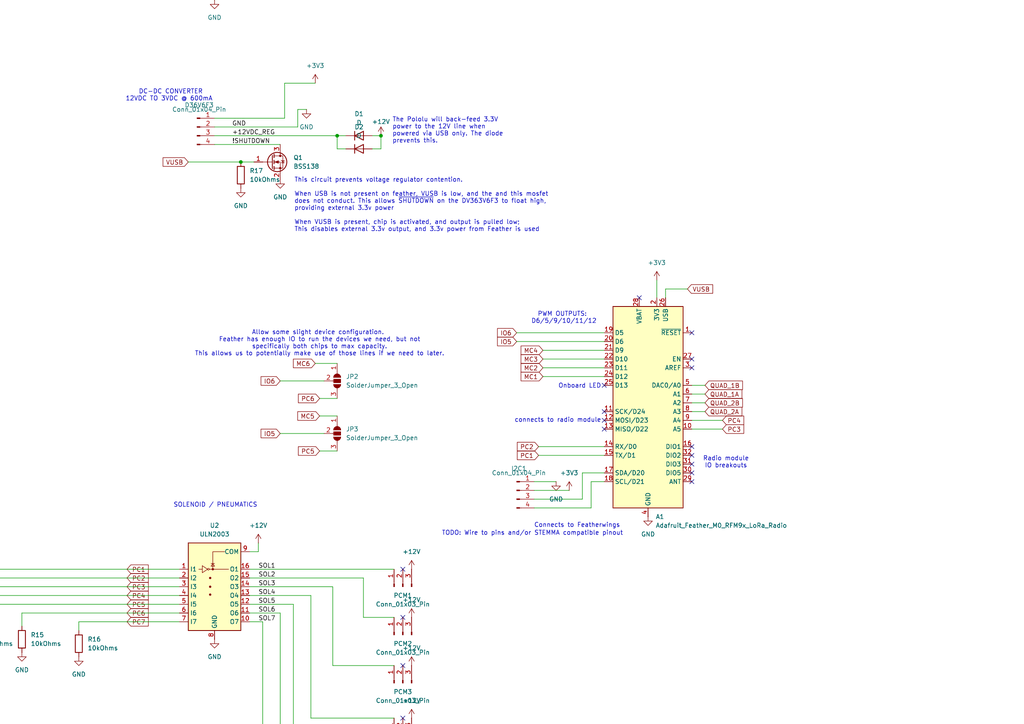
<source format=kicad_sch>
(kicad_sch (version 20231120) (generator "eeschema") (generator_version "8.0")
  (paper "A4")
  (title_block (date "sam. 04 avril 2015"))
  (junction (at 97.79 39.37))
  (junction (at 346.71 30.48))
  (junction (at -62.23 15.24))
  (junction (at -86.36 -2.54))
  (junction (at 69.85 46.99))
  (junction (at -86.36 15.24))
  (junction (at 53.34 -7.62))
  (junction (at 110.49 39.37))
  (junction (at 345.44 92.71))
  (junction (at 53.34 -2.54))
  (junction (at -62.23 -2.54))
  (no_connect (at 354.33 52.07))
  (no_connect (at 354.33 64.77))
  (no_connect (at 353.06 124.46))
  (no_connect (at 200.66 129.54))
  (no_connect (at 353.06 114.3))
  (no_connect (at 116.84 222.25))
  (no_connect (at 116.84 208.28))
  (no_connect (at 116.84 165.1))
  (no_connect (at 175.26 111.76))
  (no_connect (at 116.84 250.19))
  (no_connect (at 200.66 96.52))
  (no_connect (at 200.66 132.08))
  (no_connect (at 354.33 49.53))
  (no_connect (at 353.06 127))
  (no_connect (at 354.33 62.23))
  (no_connect (at 200.66 104.14))
  (no_connect (at 116.84 236.22))
  (no_connect (at 353.06 119.38))
  (no_connect (at 200.66 137.16))
  (no_connect (at 353.06 111.76))
  (no_connect (at 116.84 193.04))
  (no_connect (at 185.42 86.36))
  (no_connect (at 200.66 134.62))
  (no_connect (at 200.66 106.68))
  (no_connect (at 354.33 57.15))
  (no_connect (at 200.66 139.7))
  (no_connect (at 175.26 119.38))
  (no_connect (at 116.84 179.07))
  (no_connect (at 175.26 124.46))
  (no_connect (at 175.26 121.92))
  (wire (pts (xy 349.25 129.54) (xy 353.06 129.54)))
  (wire (pts (xy -92.71 24.13) (xy -86.36 24.13)))
  (wire (pts (xy -62.23 5.08) (xy -71.12 5.08)))
  (wire (pts (xy -99.06 63.5) (xy -99.06 34.29)))
  (wire (pts (xy 334.01 39.37) (xy 334.01 44.45)))
  (wire (pts (xy 53.34 -3.81) (xy 39.37 -3.81)))
  (wire (pts (xy 345.44 92.71) (xy 345.44 97.79)))
  (wire (pts (xy 97.79 39.37) (xy 100.33 39.37)))
  (wire (pts (xy 171.45 147.32) (xy 171.45 139.7)))
  (wire (pts (xy 85.09 175.26) (xy 85.09 222.25)))
  (wire (pts (xy -213.36 41.91) (xy -213.36 31.75)))
  (wire (pts (xy 154.94 144.78) (xy 168.91 144.78)))
  (wire (pts (xy -93.98 71.12) (xy -85.09 71.12)))
  (wire (pts (xy -35.56 170.18) (xy 52.07 170.18)))
  (wire (pts (xy -201.93 34.29) (xy -157.48 34.29)))
  (wire (pts (xy 53.34 -6.35) (xy 39.37 -6.35)))
  (wire (pts (xy 322.58 101.6) (xy 328.93 101.6)))
  (wire (pts (xy -85.09 63.5) (xy -85.09 59.69)))
  (wire (pts (xy -190.5 41.91) (xy -190.5 36.83)))
  (wire (pts (xy 92.71 130.81) (xy 97.79 130.81)))
  (wire (pts (xy 154.94 139.7) (xy 161.29 139.7)))
  (wire (pts (xy 110.49 43.18) (xy 110.49 39.37)))
  (wire (pts (xy -132.08 26.67) (xy -100.33 26.67)))
  (wire (pts (xy -85.09 107.95) (xy -85.09 105.41)))
  (wire (pts (xy -50.8 167.64) (xy -50.8 181.61)))
  (wire (pts (xy 339.09 85.09) (xy 345.44 85.09)))
  (wire (pts (xy 22.86 180.34) (xy 52.07 180.34)))
  (wire (pts (xy -93.98 38.1) (xy -85.09 38.1)))
  (wire (pts (xy 200.66 116.84) (xy 204.47 116.84)))
  (wire (pts (xy -95.25 21.59) (xy -86.36 21.59)))
  (wire (pts (xy -132.08 24.13) (xy -102.87 24.13)))
  (wire (pts (xy -91.44 73.66) (xy -85.09 73.66)))
  (wire (pts (xy 340.36 22.86) (xy 346.71 22.86)))
  (wire (pts (xy -62.23 -11.43) (xy -62.23 -2.54)))
  (wire (pts (xy 156.21 132.08) (xy 175.26 132.08)))
  (wire (pts (xy -7.62 175.26) (xy -7.62 181.61)))
  (wire (pts (xy 107.95 43.18) (xy 110.49 43.18)))
  (wire (pts (xy -92.71 7.62) (xy -86.36 7.62)))
  (wire (pts (xy 200.66 119.38) (xy 204.47 119.38)))
  (wire (pts (xy -201.93 41.91) (xy -201.93 34.29)))
  (wire (pts (xy -163.83 16.51) (xy -163.83 19.05)))
  (wire (pts (xy -102.87 -2.54) (xy -86.36 -2.54)))
  (wire (pts (xy -62.23 10.16) (xy -62.23 15.24)))
  (wire (pts (xy -91.44 102.87) (xy -85.09 102.87)))
  (wire (pts (xy -62.23 -2.54) (xy -33.02 -2.54)))
  (wire (pts (xy 340.36 22.86) (xy 340.36 17.78)))
  (wire (pts (xy 6.35 181.61) (xy 6.35 177.8)))
  (wire (pts (xy -105.41 41.91) (xy -105.41 107.95)))
  (wire (pts (xy -62.23 -16.51) (xy -71.12 -16.51)))
  (wire (pts (xy 72.39 170.18) (xy 96.52 170.18)))
  (wire (pts (xy -91.44 40.64) (xy -85.09 40.64)))
  (wire (pts (xy 389.89 25.4) (xy 403.86 25.4)))
  (wire (pts (xy -86.36 -16.51) (xy -95.25 -16.51)))
  (wire (pts (xy 81.28 177.8) (xy 72.39 177.8)))
  (wire (pts (xy 96.52 193.04) (xy 96.52 170.18)))
  (wire (pts (xy 379.73 91.44) (xy 384.81 91.44)))
  (wire (pts (xy -213.36 31.75) (xy -157.48 31.75)))
  (wire (pts (xy -33.02 -11.43) (xy -33.02 -2.54)))
  (wire (pts (xy -21.59 172.72) (xy 52.07 172.72)))
  (wire (pts (xy 105.41 179.07) (xy 105.41 167.64)))
  (wire (pts (xy -33.02 -16.51) (xy -41.91 -16.51)))
  (wire (pts (xy -92.71 -13.97) (xy -86.36 -13.97)))
  (wire (pts (xy -170.18 41.91) (xy -157.48 41.91)))
  (wire (pts (xy 193.04 86.36) (xy 193.04 83.82)))
  (wire (pts (xy -86.36 -2.54) (xy -62.23 -2.54)))
  (wire (pts (xy 345.44 97.79) (xy 384.81 97.79)))
  (wire (pts (xy 200.66 111.76) (xy 204.47 111.76)))
  (wire (pts (xy -86.36 -11.43) (xy -86.36 -2.54)))
  (wire (pts (xy -104.14 93.98) (xy -85.09 93.98)))
  (wire (pts (xy -21.59 172.72) (xy -21.59 181.61)))
  (wire (pts (xy 22.86 180.34) (xy 22.86 182.88)))
  (wire (pts (xy -101.6 36.83) (xy -132.08 36.83)))
  (wire (pts (xy 345.44 87.63) (xy 332.74 87.63)))
  (wire (pts (xy 54.61 46.99) (xy 69.85 46.99)))
  (wire (pts (xy -62.23 15.24) (xy -86.36 15.24)))
  (wire (pts (xy 342.9 90.17) (xy 345.44 90.17)))
  (wire (pts (xy 91.44 24.13) (xy 82.55 24.13)))
  (wire (pts (xy -68.58 7.62) (xy -62.23 7.62)))
  (wire (pts (xy -33.02 10.16) (xy -33.02 15.24)))
  (wire (pts (xy 157.48 104.14) (xy 175.26 104.14)))
  (wire (pts (xy 76.2 250.19) (xy 114.3 250.19)))
  (wire (pts (xy 100.33 43.18) (xy 97.79 43.18)))
  (wire (pts (xy 346.71 34.29) (xy 389.89 34.29)))
  (wire (pts (xy 200.66 114.3) (xy 204.47 114.3)))
  (wire (pts (xy 62.23 41.91) (xy 81.28 41.91)))
  (wire (pts (xy -86.36 5.08) (xy -95.25 5.08)))
  (wire (pts (xy -233.68 41.91) (xy -233.68 26.67)))
  (wire (pts (xy -64.77 165.1) (xy -64.77 181.61)))
  (wire (pts (xy 74.93 157.48) (xy 74.93 160.02)))
  (wire (pts (xy -85.09 48.26) (xy -85.09 43.18)))
  (wire (pts (xy 384.81 97.79) (xy 384.81 93.98)))
  (wire (pts (xy -223.52 29.21) (xy -157.48 29.21)))
  (wire (pts (xy 347.98 121.92) (xy 353.06 121.92)))
  (wire (pts (xy 374.65 87.63) (xy 384.81 87.63)))
  (wire (pts (xy 81.28 236.22) (xy 114.3 236.22)))
  (wire (pts (xy -104.14 39.37) (xy -104.14 93.98)))
  (wire (pts (xy 344.17 30.48) (xy 346.71 30.48)))
  (wire (pts (xy 389.89 22.86) (xy 393.7 22.86)))
  (wire (pts (xy -96.52 31.75) (xy -96.52 48.26)))
  (wire (pts (xy -93.98 86.36) (xy -85.09 86.36)))
  (wire (pts (xy 85.09 175.26) (xy 72.39 175.26)))
  (wire (pts (xy -101.6 36.83) (xy -101.6 78.74)))
  (wire (pts (xy 72.39 167.64) (xy 105.41 167.64)))
  (wire (pts (xy -86.36 10.16) (xy -86.36 15.24)))
  (wire (pts (xy -85.09 78.74) (xy -85.09 76.2)))
  (wire (pts (xy 90.17 208.28) (xy 114.3 208.28)))
  (wire (pts (xy 97.79 43.18) (xy 97.79 39.37)))
  (wire (pts (xy 53.34 -7.62) (xy 62.23 -7.62)))
  (wire (pts (xy -104.14 39.37) (xy -132.08 39.37)))
  (wire (pts (xy 90.17 208.28) (xy 90.17 172.72)))
  (wire (pts (xy -86.36 26.67) (xy -86.36 29.21)))
  (wire (pts (xy 82.55 24.13) (xy 82.55 34.29)))
  (wire (pts (xy -50.8 167.64) (xy 52.07 167.64)))
  (wire (pts (xy -129.54 -5.08) (xy -140.97 -5.08)))
  (wire (pts (xy 149.86 99.06) (xy 175.26 99.06)))
  (wire (pts (xy 81.28 125.73) (xy 93.98 125.73)))
  (wire (pts (xy 81.28 110.49) (xy 93.98 110.49)))
  (wire (pts (xy -180.34 39.37) (xy -180.34 41.91)))
  (wire (pts (xy 336.55 80.01) (xy 339.09 80.01)))
  (wire (pts (xy 157.48 109.22) (xy 175.26 109.22)))
  (wire (pts (xy 6.35 177.8) (xy 52.07 177.8)))
  (wire (pts (xy 157.48 106.68) (xy 175.26 106.68)))
  (wire (pts (xy 53.34 -2.54) (xy 53.34 -3.81)))
  (wire (pts (xy -129.54 19.05) (xy -132.08 19.05)))
  (wire (pts (xy 53.34 -2.54) (xy 62.23 -2.54)))
  (wire (pts (xy 342.9 92.71) (xy 345.44 92.71)))
  (wire (pts (xy -33.02 15.24) (xy -62.23 15.24)))
  (wire (pts (xy 328.93 106.68) (xy 353.06 106.68)))
  (wire (pts (xy 344.17 27.94) (xy 346.71 27.94)))
  (wire (pts (xy 339.09 85.09) (xy 339.09 80.01)))
  (wire (pts (xy 72.39 165.1) (xy 114.3 165.1)))
  (wire (pts (xy 53.34 -7.62) (xy 53.34 -6.35)))
  (wire (pts (xy 384.81 87.63) (xy 384.81 88.9)))
  (wire (pts (xy 347.98 116.84) (xy 353.06 116.84)))
  (wire (pts (xy 154.94 142.24) (xy 165.1 142.24)))
  (wire (pts (xy -245.11 24.13) (xy -157.48 24.13)))
  (wire (pts (xy 389.89 34.29) (xy 389.89 27.94)))
  (wire (pts (xy -86.36 15.24) (xy -100.33 15.24)))
  (wire (pts (xy 154.94 147.32) (xy 171.45 147.32)))
  (wire (pts (xy 393.7 22.86) (xy 393.7 20.32)))
  (wire (pts (xy -190.5 36.83) (xy -157.48 36.83)))
  (wire (pts (xy -132.08 34.29) (xy -99.06 34.29)))
  (wire (pts (xy 90.17 172.72) (xy 72.39 172.72)))
  (wire (pts (xy -64.77 165.1) (xy 52.07 165.1)))
  (wire (pts (xy 92.71 115.57) (xy 97.79 115.57)))
  (wire (pts (xy 350.52 67.31) (xy 354.33 67.31)))
  (wire (pts (xy 157.48 101.6) (xy 175.26 101.6)))
  (wire (pts (xy -39.37 7.62) (xy -33.02 7.62)))
  (wire (pts (xy -101.6 78.74) (xy -85.09 78.74)))
  (wire (pts (xy -132.08 31.75) (xy -96.52 31.75)))
  (wire (pts (xy 171.45 139.7) (xy 175.26 139.7)))
  (wire (pts (xy -39.37 -13.97) (xy -33.02 -13.97)))
  (wire (pts (xy -233.68 26.67) (xy -157.48 26.67)))
  (wire (pts (xy 318.77 44.45) (xy 323.85 44.45)))
  (wire (pts (xy 168.91 137.16) (xy 175.26 137.16)))
  (wire (pts (xy -132.08 29.21) (xy -86.36 29.21)))
  (wire (pts (xy -93.98 54.61) (xy -85.09 54.61)))
  (wire (pts (xy -68.58 -13.97) (xy -62.23 -13.97)))
  (wire (pts (xy 332.74 87.63) (xy 332.74 86.36)))
  (wire (pts (xy 76.2 180.34) (xy 76.2 250.19)))
  (wire (pts (xy 322.58 111.76) (xy 328.93 111.76)))
  (wire (pts (xy 62.23 34.29) (xy 82.55 34.29)))
  (wire (pts (xy 350.52 59.69) (xy 354.33 59.69)))
  (wire (pts (xy -96.52 48.26) (xy -85.09 48.26)))
  (wire (pts (xy -91.44 57.15) (xy -85.09 57.15)))
  (wire (pts (xy 86.36 31.75) (xy 86.36 36.83)))
  (wire (pts (xy -85.09 93.98) (xy -85.09 91.44)))
  (wire (pts (xy 327.66 49.53) (xy 334.01 49.53)))
  (wire (pts (xy 92.71 120.65) (xy 97.79 120.65)))
  (wire (pts (xy 86.36 31.75) (xy 88.9 31.75)))
  (wire (pts (xy -180.34 39.37) (xy -157.48 39.37)))
  (wire (pts (xy 74.93 160.02) (xy 72.39 160.02)))
  (wire (pts (xy 85.09 222.25) (xy 114.3 222.25)))
  (wire (pts (xy 62.23 -2.54) (xy 62.23 0)))
  (wire (pts (xy 69.85 46.99) (xy 73.66 46.99)))
  (wire (pts (xy 62.23 39.37) (xy 97.79 39.37)))
  (wire (pts (xy 105.41 179.07) (xy 114.3 179.07)))
  (wire (pts (xy 313.69 106.68) (xy 318.77 106.68)))
  (wire (pts (xy 76.2 180.34) (xy 72.39 180.34)))
  (wire (pts (xy 96.52 193.04) (xy 114.3 193.04)))
  (wire (pts (xy -163.83 19.05) (xy -157.48 19.05)))
  (wire (pts (xy -105.41 107.95) (xy -85.09 107.95)))
  (wire (pts (xy -7.62 175.26) (xy 52.07 175.26)))
  (wire (pts (xy -91.44 88.9) (xy -85.09 88.9)))
  (wire (pts (xy -162.56 -5.08) (xy -148.59 -5.08)))
  (wire (pts (xy 327.66 39.37) (xy 334.01 39.37)))
  (wire (pts (xy 81.28 177.8) (xy 81.28 236.22)))
  (wire (pts (xy 393.7 20.32) (xy 397.51 20.32)))
  (wire (pts (xy 328.93 109.22) (xy 353.06 109.22)))
  (wire (pts (xy -100.33 26.67) (xy -100.33 15.24)))
  (wire (pts (xy 193.04 83.82) (xy 199.39 83.82)))
  (wire (pts (xy 334.01 44.45) (xy 354.33 44.45)))
  (wire (pts (xy 200.66 124.46) (xy 209.55 124.46)))
  (wire (pts (xy 350.52 54.61) (xy 354.33 54.61)))
  (wire (pts (xy 86.36 36.83) (xy 62.23 36.83)))
  (wire (pts (xy 337.82 17.78) (xy 340.36 17.78)))
  (wire (pts (xy 91.44 105.41) (xy 97.79 105.41)))
  (wire (pts (xy 346.71 30.48) (xy 346.71 34.29)))
  (wire (pts (xy -102.87 -2.54) (xy -102.87 24.13)))
  (wire (pts (xy -223.52 41.91) (xy -223.52 29.21)))
  (wire (pts (xy -99.06 63.5) (xy -85.09 63.5)))
  (wire (pts (xy -33.02 5.08) (xy -41.91 5.08)))
  (wire (pts (xy 334.01 49.53) (xy 334.01 46.99)))
  (wire (pts (xy 346.71 25.4) (xy 334.01 25.4)))
  (wire (pts (xy -93.98 100.33) (xy -85.09 100.33)))
  (wire (pts (xy 149.86 96.52) (xy 175.26 96.52)))
  (wire (pts (xy 190.5 81.28) (xy 190.5 86.36)))
  (wire (pts (xy 328.93 111.76) (xy 328.93 109.22)))
  (wire (pts (xy 328.93 101.6) (xy 328.93 106.68)))
  (wire (pts (xy 156.21 129.54) (xy 175.26 129.54)))
  (wire (pts (xy -245.11 24.13) (xy -245.11 41.91)))
  (wire (pts (xy 200.66 121.92) (xy 209.55 121.92)))
  (wire (pts (xy -144.78 10.16) (xy -144.78 11.43)))
  (wire (pts (xy 168.91 144.78) (xy 168.91 137.16)))
  (wire (pts (xy 107.95 39.37) (xy 110.49 39.37)))
  (wire (pts (xy -132.08 41.91) (xy -105.41 41.91)))
  (wire (pts (xy 334.01 46.99) (xy 354.33 46.99)))
  (wire (pts (xy -35.56 181.61) (xy -35.56 170.18)))
  (wire (pts (xy 334.01 25.4) (xy 334.01 21.59)))
  (text "QUAD ENCODERS" (at 357.124 8.89 0) (effects (font (size 1.27 1.27))))
  (text "This circuit prevents voltage regulator contention. \n\nWhen USB is not present on feather, VUSB is low, and the and this mosfet \ndoes not conduct. This allows ~{SHUTDOWN} on the DV363V6F3 to float high,  \nproviding external 3.3v power\n\nWhen VUSB is present, chip is activated, and output is pulled low; \nThis disables external 3.3v output, and 3.3v power from Feather is used" (at 85.344 59.436 0) (effects (font (size 1.27 1.27)) (justify left)))
  (text "Connects to Featherwings" (exclude_from_sim yes) (at 167.386 152.4 0) (effects (font (size 1.27 1.27))))
  (text "3.3VDC SIDE" (at -172.72 20.828 0) (effects (font (size 1.27 1.27))))
  (text "There's some fancy wiring to permit quadrature \nencoders to be either CTRE Gadgeteer or 4 wire.\nIn the case that we only need it for normal IO,\nthe additional 3-pinout version gives us easy\naccess to the B pin in a servo-style header.\n\nSome CTRE devices (like Mag Encoder) only tap into \nthe 5V power contact, even though 3V3 works fine.\nHeaders allow a bypass for this" (at 421.894 51.562 0) (effects (font (size 1.27 1.27))))
  (text "Onboard LED\n" (at 168.148 112.014 0) (effects (font (size 1.27 1.27))))
  (text "Radio module\nIO breakouts\n\n" (exclude_from_sim yes) (at 210.566 135.128 0) (effects (font (size 1.27 1.27))))
  (text "DC-DC CONVERTER\n12VDC TO 3VDC @ 600mA " (at 49.53 27.686 0) (effects (font (size 1.27 1.27))))
  (text "SOLENOID / PNEUMATICS\n\n\n\n" (at 62.484 149.606 0) (effects (font (size 1.27 1.27))))
  (text "CTRE PINOUTS" (at 360.172 39.37 0) (effects (font (size 1.27 1.27))))
  (text "the +5V power net is obsoleted, and all IO is using 3V3. However, \nbut i didn't want to screw up rewiring all the symbols and needed\nto get boards made.\n\nTODO: Actually replace all the +5V symbols with 3v3 ones" (at -144.272 -16.002 0) (effects (font (size 1.27 1.27))))
  (text "The Pololu will back-feed 3.3V \npower to the 12V line when\npowered via USB only. The diode\nprevents this." (at 113.792 37.846 0) (effects (font (size 1.27 1.27)) (justify left)))
  (text "TODO: Wire to pins and/or STEMMA compatible pinout" (exclude_from_sim yes) (at 154.432 154.686 0) (effects (font (size 1.27 1.27))))
  (text "Allow some slight device configuration. \nFeather has enough IO to run the devices we need, but not\nspecifically both chips to max capacity.\nThis allows us to potentially make use of those lines if we need to later." (exclude_from_sim yes) (at 92.71 99.568 0) (effects (font (size 1.27 1.27))))
  (text "QUAD ENCODERS" (at 357.378 79.756 0) (effects (font (size 1.27 1.27))))
  (text "5VDC SIDE" (at -128.016 20.574 0) (effects (font (size 1.27 1.27))))
  (text "connects to radio module\n" (exclude_from_sim yes) (at 161.798 121.92 0) (effects (font (size 1.27 1.27))))
  (text "PWM OUTPUTS: \nD6/5/9/10/11/12" (at 163.576 92.202 0) (effects (font (size 1.27 1.27))))
  (text "CTRE PINOUTS" (at 358.648 100.33 0) (effects (font (size 1.27 1.27))))
  (label "3V3" (at 342.9 25.4 0))
  (label "SOL5" (at 74.93 175.26 0))
  (label "Q2_5V" (at 322.58 114.3 0))
  (label "SOL3" (at 74.93 170.18 0))
  (label "MOTOR #3 OUTPUT" (at -132.08 29.21 0))
  (label "+12VDC_REG" (at 67.31 39.37 0))
  (label "GND" (at 67.31 36.83 0))
  (label "SOL1" (at 74.93 165.1 0))
  (label "Q1_3V3" (at 327.66 39.37 0))
  (label "!SHUTDOWN" (at 67.31 41.91 0))
  (label "MOTOR #8 OUTPUT" (at -132.08 41.91 0))
  (label "SOL6" (at 74.93 177.8 0))
  (label "SOL7" (at 74.93 180.34 0))
  (label "SOL2" (at 74.93 167.64 0))
  (label "MOTOR #6 OUTPUT" (at -132.08 36.83 0))
  (label "MOTOR #4 OUTPUT" (at -132.08 31.75 0))
  (label "MOTOR #5 OUTPUT" (at -132.08 34.29 0))
  (label "GND" (at 342.9 22.86 0))
  (label "GND" (at 341.63 85.09 0))
  (label "MOTOR #2 OUTPUT" (at -132.08 26.67 0))
  (label "MOTOR #7 OUTPUT" (at -132.08 39.37 0))
  (label "MOTOR #1 OUTPUT" (at -132.08 24.13 0))
  (label "Q1_5V" (at 327.66 52.07 0))
  (label "SOL4" (at 74.93 172.72 0))
  (label "Q2_3V3" (at 322.58 101.6 0))
  (global_label "PC1" (shape input) (at 156.21 132.08 180) (property "Intersheetrefs" "${INTERSHEET_REFS}" (at 149.3802 132.08 0) (effects (justify right))))
  (global_label "MC3" (shape input) (at -165.1 29.21 0) (property "Intersheetrefs" "${INTERSHEET_REFS}" (at -158.1839 29.21 0) (effects (justify left))))
  (global_label "IO5" (shape input) (at 149.86 99.06 180) (property "Intersheetrefs" "${INTERSHEET_REFS}" (at 143.6349 99.06 0) (effects (justify right))))
  (global_label "QUAD_1B" (shape input) (at 350.52 54.61 180) (property "Intersheetrefs" "${INTERSHEET_REFS}" (at 338.973 54.61 0) (effects (justify right))))
  (global_label "QUAD_2A" (shape input) (at 342.9 90.17 180) (property "Intersheetrefs" "${INTERSHEET_REFS}" (at 331.5344 90.17 0) (effects (justify right))))
  (global_label "MC7" (shape input) (at -163.83 39.37 0) (property "Intersheetrefs" "${INTERSHEET_REFS}" (at -156.9139 39.37 0) (effects (justify left))))
  (global_label "PC1" (shape input) (at 36.83 165.1 0) (property "Intersheetrefs" "${INTERSHEET_REFS}" (at 43.5647 165.1 0) (effects (justify left))))
  (global_label "MC1" (shape input) (at 157.48 109.22 180) (property "Intersheetrefs" "${INTERSHEET_REFS}" (at 150.4688 109.22 0) (effects (justify right))))
  (global_label "QUAD_2A" (shape input) (at 347.98 121.92 180) (property "Intersheetrefs" "${INTERSHEET_REFS}" (at 336.6144 121.92 0) (effects (justify right))))
  (global_label "PC2" (shape input) (at 156.21 129.54 180) (property "Intersheetrefs" "${INTERSHEET_REFS}" (at 149.3802 129.54 0) (effects (justify right))))
  (global_label "MC6" (shape input) (at 91.44 105.41 180) (property "Intersheetrefs" "${INTERSHEET_REFS}" (at 84.4288 105.41 0) (effects (justify right))))
  (global_label "IO6" (shape input) (at 149.86 96.52 180) (property "Intersheetrefs" "${INTERSHEET_REFS}" (at 143.6349 96.52 0) (effects (justify right))))
  (global_label "PC4" (shape input) (at 209.55 121.92 0) (property "Intersheetrefs" "${INTERSHEET_REFS}" (at 216.3798 121.92 0) (effects (justify left))))
  (global_label "QUAD_1A" (shape input) (at 350.52 59.69 180) (property "Intersheetrefs" "${INTERSHEET_REFS}" (at 339.1544 59.69 0) (effects (justify right))))
  (global_label "QUAD_1A" (shape input) (at 344.17 27.94 180) (property "Intersheetrefs" "${INTERSHEET_REFS}" (at 332.8044 27.94 0) (effects (justify right))))
  (global_label "PC7" (shape input) (at 36.83 180.34 0) (property "Intersheetrefs" "${INTERSHEET_REFS}" (at 43.5647 180.34 0) (effects (justify left))))
  (global_label "QUAD_1B" (shape input) (at 344.17 30.48 180) (property "Intersheetrefs" "${INTERSHEET_REFS}" (at 332.623 30.48 0) (effects (justify right))))
  (global_label "QUAD_1B" (shape input) (at 204.47 111.76 0) (property "Intersheetrefs" "${INTERSHEET_REFS}" (at 216.017 111.76 0) (effects (justify left))))
  (global_label "PC5" (shape input) (at 36.83 175.26 0) (property "Intersheetrefs" "${INTERSHEET_REFS}" (at 43.5647 175.26 0) (effects (justify left))))
  (global_label "MC5" (shape input) (at 92.71 120.65 180) (property "Intersheetrefs" "${INTERSHEET_REFS}" (at 85.6988 120.65 0) (effects (justify right))))
  (global_label "PC6" (shape input) (at 36.83 177.8 0) (property "Intersheetrefs" "${INTERSHEET_REFS}" (at 43.5647 177.8 0) (effects (justify left))))
  (global_label "VUSB" (shape input) (at 199.39 83.82 0) (property "Intersheetrefs" "${INTERSHEET_REFS}" (at 207.3689 83.82 0) (effects (justify left))))
  (global_label "MC2" (shape input) (at 157.48 106.68 180) (property "Intersheetrefs" "${INTERSHEET_REFS}" (at 150.4688 106.68 0) (effects (justify right))))
  (global_label "PC3" (shape input) (at 36.83 170.18 0) (property "Intersheetrefs" "${INTERSHEET_REFS}" (at 43.5647 170.18 0) (effects (justify left))))
  (global_label "MC8" (shape input) (at -163.83 41.91 0) (property "Intersheetrefs" "${INTERSHEET_REFS}" (at -156.9139 41.91 0) (effects (justify left))))
  (global_label "VUSB" (shape input) (at 54.61 46.99 180) (property "Intersheetrefs" "${INTERSHEET_REFS}" (at 46.6311 46.99 0) (effects (justify right))))
  (global_label "PC4" (shape input) (at 36.83 172.72 0) (property "Intersheetrefs" "${INTERSHEET_REFS}" (at 43.5647 172.72 0) (effects (justify left))))
  (global_label "MC1" (shape input) (at -165.1 24.13 0) (property "Intersheetrefs" "${INTERSHEET_REFS}" (at -158.1839 24.13 0) (effects (justify left))))
  (global_label "MC6" (shape input) (at -165.1 36.83 0) (property "Intersheetrefs" "${INTERSHEET_REFS}" (at -158.1839 36.83 0) (effects (justify left))))
  (global_label "QUAD_2B" (shape input) (at 204.47 116.84 0) (property "Intersheetrefs" "${INTERSHEET_REFS}" (at 216.017 116.84 0) (effects (justify left))))
  (global_label "MC4" (shape input) (at -165.1 31.75 0) (property "Intersheetrefs" "${INTERSHEET_REFS}" (at -158.1839 31.75 0) (effects (justify left))))
  (global_label "QUAD_2B" (shape input) (at 342.9 92.71 180) (property "Intersheetrefs" "${INTERSHEET_REFS}" (at 331.353 92.71 0) (effects (justify right))))
  (global_label "PC3" (shape input) (at 209.55 124.46 0) (property "Intersheetrefs" "${INTERSHEET_REFS}" (at 216.3798 124.46 0) (effects (justify left))))
  (global_label "MC2" (shape input) (at -165.1 26.67 0) (property "Intersheetrefs" "${INTERSHEET_REFS}" (at -158.1839 26.67 0) (effects (justify left))))
  (global_label "PC6" (shape input) (at 92.71 115.57 180) (property "Intersheetrefs" "${INTERSHEET_REFS}" (at 85.8802 115.57 0) (effects (justify right))))
  (global_label "QUAD_1A" (shape input) (at 204.47 114.3 0) (property "Intersheetrefs" "${INTERSHEET_REFS}" (at 215.8356 114.3 0) (effects (justify left))))
  (global_label "QUAD_2B" (shape input) (at 347.98 116.84 180) (property "Intersheetrefs" "${INTERSHEET_REFS}" (at 336.433 116.84 0) (effects (justify right))))
  (global_label "MC5" (shape input) (at -165.1 34.29 0) (property "Intersheetrefs" "${INTERSHEET_REFS}" (at -158.0888 34.29 0) (effects (justify left))))
  (global_label "PC5" (shape input) (at 92.71 130.81 180) (property "Intersheetrefs" "${INTERSHEET_REFS}" (at 85.8802 130.81 0) (effects (justify right))))
  (global_label "IO6" (shape input) (at 81.28 110.49 180) (property "Intersheetrefs" "${INTERSHEET_REFS}" (at 75.0549 110.49 0) (effects (justify right))))
  (global_label "QUAD_2A" (shape input) (at 204.47 119.38 0) (property "Intersheetrefs" "${INTERSHEET_REFS}" (at 215.8356 119.38 0) (effects (justify left))))
  (global_label "IO5" (shape input) (at 81.28 125.73 180) (property "Intersheetrefs" "${INTERSHEET_REFS}" (at 75.0549 125.73 0) (effects (justify right))))
  (global_label "PC2" (shape input) (at 36.83 167.64 0) (property "Intersheetrefs" "${INTERSHEET_REFS}" (at 43.5647 167.64 0) (effects (justify left))))
  (global_label "MC4" (shape input) (at 157.48 101.6 180) (property "Intersheetrefs" "${INTERSHEET_REFS}" (at 150.4688 101.6 0) (effects (justify right))))
  (global_label "MC3" (shape input) (at 157.48 104.14 180) (property "Intersheetrefs" "${INTERSHEET_REFS}" (at 150.4688 104.14 0) (effects (justify right))))
  (symbol (lib_name "GND_1") (lib_id "power:GND") (at 88.9 31.75 0) (unit 1)
    (property "Reference" "#PWR047" (effects (hide yes)))
    (property "Value" "GND" (at 88.9 36.83 0))
    (property "Description" "Power symbol creates a global label with name \"GND\" , ground" (effects (hide yes)))
  )
  (symbol (lib_name "GND_2") (lib_id "power:GND") (at -50.8 189.23 0) (unit 1)
    (property "Reference" "#PWR034" (effects (hide yes)))
    (property "Value" "GND" (at -50.8 194.31 0))
    (property "Description" "Power symbol creates a global label with name \"GND\" , ground" (effects (hide yes)))
  )
  (symbol (lib_id "Connector:Conn_01x03_Pin") (at 116.84 227.33 90) (unit 1)
    (property "Reference" "PCM5" (at 116.84 229.87 90))
    (property "Value" "Conn_01x03_Pin" (at 116.84 232.41 90))
    (property "Footprint" "Connector_PinHeader_2.54mm:PinHeader_1x03_P2.54mm_Vertical" (effects (hide yes)))
    (property "Description" "Generic connector, single row, 01x03, script generated" (effects (hide yes)))
  )
  (symbol (lib_name "GND_2") (lib_id "power:GND") (at -7.62 189.23 0) (unit 1)
    (property "Reference" "#PWR041" (effects (hide yes)))
    (property "Value" "GND" (at -7.62 194.31 0))
    (property "Description" "Power symbol creates a global label with name \"GND\" , ground" (effects (hide yes)))
  )
  (symbol (lib_id "power:+3V3") (at 403.86 25.4 0) (unit 1)
    (property "Reference" "#PWR069" (effects (hide yes)))
    (property "Value" "+3V3" (at 403.86 20.32 0))
    (property "Description" "Power symbol creates a global label with name \"+3V3\"" (effects (hide yes)))
  )
  (symbol (lib_id "Device:R") (at -64.77 185.42 0) (unit 1)
    (property "Reference" "R10" (at -62.23 184.1499 0) (effects (justify left)))
    (property "Value" "10kOhms" (at -62.23 186.6899 0) (effects (justify left)))
    (property "Footprint" "Resistor_SMD:R_0805_2012Metric" (effects (hide yes)))
    (property "Description" "Resistor" (effects (hide yes)))
  )
  (symbol (lib_id "Device:R") (at -213.36 45.72 0) (unit 1)
    (property "Reference" "R4" (at -209.55 44.4499 0) (effects (justify left)))
    (property "Value" "10k" (at -209.55 46.9899 0) (effects (justify left)))
    (property "Footprint" "Resistor_SMD:R_0805_2012Metric" (effects (hide yes)))
    (property "Description" "Resistor" (effects (hide yes)))
  )
  (symbol (lib_id "power:+3V3") (at 332.74 86.36 0) (unit 1)
    (property "Reference" "#PWR058" (effects (hide yes)))
    (property "Value" "+3V3" (at 332.74 81.28 0))
    (property "Description" "Power symbol creates a global label with name \"+3V3\"" (effects (hide yes)))
  )
  (symbol (lib_id "Connector:Conn_01x04_Pin") (at 350.52 87.63 0) (mirror y) (unit 1)
    (property "Reference" "QUAD2" (at 349.885 81.28 0))
    (property "Value" "Conn_01x04_Pin" (at 349.885 82.55 0))
    (property "Footprint" "Connector_PinSocket_2.54mm:PinSocket_1x04_P2.54mm_Vertical" (effects (hide yes)))
    (property "Description" "Generic connector, single row, 01x04, script generated" (effects (hide yes)))
  )
  (symbol (lib_id "Connector:Conn_01x03_Pin") (at 116.84 198.12 90) (unit 1)
    (property "Reference" "PCM3" (at 116.84 200.66 90))
    (property "Value" "Conn_01x03_Pin" (at 116.84 203.2 90))
    (property "Footprint" "Connector_PinHeader_2.54mm:PinHeader_1x03_P2.54mm_Vertical" (effects (hide yes)))
    (property "Description" "Generic connector, single row, 01x03, script generated" (effects (hide yes)))
  )
  (symbol (lib_name "GND_2") (lib_id "power:GND") (at -93.98 54.61 0) (unit 1)
    (property "Reference" "#PWR017" (effects (hide yes)))
    (property "Value" "GND" (at -93.98 59.69 0))
    (property "Description" "Power symbol creates a global label with name \"GND\" , ground" (effects (hide yes)))
  )
  (symbol (lib_id "Jumper:SolderJumper_2_Bridged") (at -144.78 -5.08 0) (unit 1) (exclude_from_sim yes) (in_bom no)
    (property "Reference" "JP1" (at -144.78 -10.16 0))
    (property "Value" "SolderJumper_2_Bridged" (at -144.526 -8.636 0))
    (property "Footprint" "Jumper:SolderJumper-2_P1.3mm_Bridged_RoundedPad1.0x1.5mm" (effects (hide yes)))
    (property "Description" "Solder Jumper, 2-pole, closed/bridged" (effects (hide yes)))
  )
  (symbol (lib_id "Connector:Conn_01x03_Pin") (at 48.26 -5.08 0) (unit 1)
    (property "Reference" "12V_INPUT1" (at 48.895 -11.43 0))
    (property "Value" "Conn_01x03_Pin" (at 48.895 -8.89 0))
    (property "Footprint" "Connector_PinHeader_2.54mm:PinHeader_1x03_P2.54mm_Vertical" (effects (hide yes)))
    (property "Description" "Generic connector, single row, 01x03, script generated" (effects (hide yes)))
  )
  (symbol (lib_name "GND_1") (lib_id "power:GND") (at 69.85 54.61 0) (unit 1)
    (property "Reference" "#PWR077" (effects (hide yes)))
    (property "Value" "GND" (at 69.85 59.69 0))
    (property "Description" "Power symbol creates a global label with name \"GND\" , ground" (effects (hide yes)))
  )
  (symbol (lib_name "GND_2") (lib_id "power:GND") (at 6.35 189.23 0) (unit 1)
    (property "Reference" "#PWR042" (effects (hide yes)))
    (property "Value" "GND" (at 6.35 194.31 0))
    (property "Description" "Power symbol creates a global label with name \"GND\" , ground" (effects (hide yes)))
  )
  (symbol (lib_id "power:+12V") (at -91.44 102.87 0) (unit 1)
    (property "Reference" "#PWR028" (effects (hide yes)))
    (property "Value" "+5V" (at -91.44 97.79 0))
    (property "Description" "Power symbol creates a global label with name \"+12V\"" (effects (hide yes)))
  )
  (symbol (lib_id "Connector:Conn_01x03_Pin") (at 389.89 91.44 0) (mirror y) (unit 1)
    (property "Reference" "QUAD2B1" (at 389.255 83.82 0))
    (property "Value" "Conn_01x03_Pin" (at 389.255 86.36 0))
    (property "Footprint" "Connector_PinHeader_2.54mm:PinHeader_1x03_P2.54mm_Vertical" (effects (hide yes)))
    (property "Description" "Generic connector, single row, 01x03, script generated" (effects (hide yes)))
  )
  (symbol (lib_id "Connector:Conn_01x03_Pin") (at -81.28 7.62 180) (unit 1)
    (property "Reference" "MC2A1" (at -78.74 6.3499 0) (effects (justify right)))
    (property "Value" "Conn_01x03_Pin" (at -78.74 8.8899 0) (effects (justify right)))
    (property "Footprint" "Connector_PinHeader_2.54mm:PinHeader_1x03_P2.54mm_Vertical" (effects (hide yes)))
    (property "Description" "Generic connector, single row, 01x03, script generated" (effects (hide yes)))
  )
  (symbol (lib_name "GND_2") (lib_id "power:GND") (at -95.25 21.59 0) (unit 1)
    (property "Reference" "#PWR015" (effects (hide yes)))
    (property "Value" "GND" (at -95.25 26.67 0))
    (property "Description" "Power symbol creates a global label with name \"GND\" , ground" (effects (hide yes)))
  )
  (symbol (lib_id "power:+12V") (at 119.38 208.28 0) (unit 1)
    (property "Reference" "#PWR053" (effects (hide yes)))
    (property "Value" "+12V" (at 119.38 203.2 0))
    (property "Description" "Power symbol creates a global label with name \"+12V\"" (effects (hide yes)))
  )
  (symbol (lib_name "GND_2") (lib_id "power:GND") (at -95.25 5.08 0) (unit 1)
    (property "Reference" "#PWR014" (effects (hide yes)))
    (property "Value" "GND" (at -95.25 10.16 0))
    (property "Description" "Power symbol creates a global label with name \"GND\" , ground" (effects (hide yes)))
  )
  (symbol (lib_name "GND_1") (lib_id "power:GND") (at 350.52 67.31 0) (unit 1)
    (property "Reference" "#PWR065" (effects (hide yes)))
    (property "Value" "GND" (at 350.52 72.39 0))
    (property "Description" "Power symbol creates a global label with name \"GND\" , ground" (effects (hide yes)))
  )
  (symbol (lib_id "Logic_LevelTranslator:SN74LVC245APW") (at -144.78 29.21 0) (unit 1)
    (property "Reference" "U1" (at -155.194 12.954 0) (effects (justify left)))
    (property "Value" "SN74LVC245APW" (at -152.908 21.59 0) (effects (justify left)))
    (property "Footprint" "Package_DIP:DIP-20_W7.62mm_LongPads" (effects (hide yes)))
    (property "Datasheet" "https://www.ti.com/lit/ds/scas218x/scas218x.pdf" (effects (hide yes)))
    (property "Description" "8-Bit Single-Supply Bus Transceiver With 5V tolerant input voltage and 3-State Outputs 24mA, TSSOP-20" (effects (hide yes)))
  )
  (symbol (lib_id "Connector:Conn_01x04_Pin") (at 57.15 36.83 0) (unit 1)
    (property "Reference" "D36V6F3" (at 57.785 30.48 0))
    (property "Value" "Conn_01x04_Pin" (at 57.785 31.75 0))
    (property "Footprint" "Connector_PinSocket_2.54mm:PinSocket_1x04_P2.54mm_Vertical" (effects (hide yes)))
    (property "Datasheet" "https://www.pololu.com/product/3791" (effects (hide yes)))
    (property "Description" "Pololu 3.3V, 600mA Step-Down Voltage Regulator D36V6F3" (effects (hide yes)))
  )
  (symbol (lib_id "power:+3V3") (at 379.73 91.44 0) (unit 1)
    (property "Reference" "#PWR067" (effects (hide yes)))
    (property "Value" "+3V3" (at 379.73 86.36 0))
    (property "Description" "Power symbol creates a global label with name \"+3V3\"" (effects (hide yes)))
  )
  (symbol (lib_id "power:+3V3") (at 334.01 21.59 0) (unit 1)
    (property "Reference" "#PWR059" (effects (hide yes)))
    (property "Value" "+3V3" (at 334.01 16.51 0))
    (property "Description" "Power symbol creates a global label with name \"+3V3\"" (effects (hide yes)))
  )
  (symbol (lib_id "power:+3V3") (at 313.69 106.68 0) (unit 1)
    (property "Reference" "#PWR060" (effects (hide yes)))
    (property "Value" "+3V3" (at 313.69 101.6 0))
    (property "Description" "Power symbol creates a global label with name \"+3V3\"" (effects (hide yes)))
  )
  (symbol (lib_id "power:+12V") (at -129.54 -5.08 0) (unit 1)
    (property "Reference" "#PWR072" (effects (hide yes)))
    (property "Value" "+5V" (at -129.54 -10.16 0))
    (property "Description" "Power symbol creates a global label with name \"+12V\"" (effects (hide yes)))
  )
  (symbol (lib_name "GND_2") (lib_id "power:GND") (at -180.34 49.53 0) (unit 1)
    (property "Reference" "#PWR07" (effects (hide yes)))
    (property "Value" "GND" (at -180.34 54.61 0))
    (property "Description" "Power symbol creates a global label with name \"GND\" , ground" (effects (hide yes)))
  )
  (symbol (lib_id "power:+12V") (at -91.44 88.9 0) (unit 1)
    (property "Reference" "#PWR027" (effects (hide yes)))
    (property "Value" "+5V" (at -91.44 83.82 0))
    (property "Description" "Power symbol creates a global label with name \"+12V\"" (effects (hide yes)))
  )
  (symbol (lib_id "Connector:Conn_01x03_Pin") (at 116.84 184.15 90) (unit 1)
    (property "Reference" "PCM2" (at 116.84 186.69 90))
    (property "Value" "Conn_01x03_Pin" (at 116.84 189.23 90))
    (property "Footprint" "Connector_PinHeader_2.54mm:PinHeader_1x03_P2.54mm_Vertical" (effects (hide yes)))
    (property "Description" "Generic connector, single row, 01x03, script generated" (effects (hide yes)))
  )
  (symbol (lib_id "Transistor_FET:BSS138") (at 78.74 46.99 0) (unit 1)
    (property "Reference" "Q1" (at 85.09 45.7199 0) (effects (justify left)))
    (property "Value" "BSS138" (at 85.09 48.2599 0) (effects (justify left)))
    (property "Footprint" "Package_TO_SOT_SMD:SOT-23" (effects (hide yes)))
    (property "Datasheet" "https://www.onsemi.com/pub/Collateral/BSS138-D.PDF" (effects (hide yes)))
    (property "Description" "50V Vds, 0.22A Id, N-Channel MOSFET, SOT-23" (effects (hide yes)))
  )
  (symbol (lib_id "power:+12V") (at -163.83 16.51 0) (unit 1)
    (property "Reference" "#PWR09" (effects (hide yes)))
    (property "Value" "3V3" (at -161.29 15.2399 0) (effects (justify left)))
    (property "Description" "Power symbol creates a global label with name \"+12V\"" (effects (hide yes)))
  )
  (symbol (lib_name "GND_2") (lib_id "power:GND") (at -223.52 49.53 0) (unit 1)
    (property "Reference" "#PWR03" (effects (hide yes)))
    (property "Value" "GND" (effects (hide yes)))
    (property "Description" "Power symbol creates a global label with name \"GND\" , ground" (effects (hide yes)))
  )
  (symbol (lib_name "GND_2") (lib_id "power:GND") (at -41.91 -16.51 0) (unit 1)
    (property "Reference" "#PWR035" (effects (hide yes)))
    (property "Value" "GND" (at -41.91 -11.43 0))
    (property "Description" "Power symbol creates a global label with name \"GND\" , ground" (effects (hide yes)))
  )
  (symbol (lib_id "Connector:Conn_01x03_Pin") (at 116.84 241.3 90) (unit 1)
    (property "Reference" "PCM6" (at 116.84 243.84 90))
    (property "Value" "Conn_01x03_Pin" (at 116.84 246.38 90))
    (property "Footprint" "Connector_PinHeader_2.54mm:PinHeader_1x03_P2.54mm_Vertical" (effects (hide yes)))
    (property "Description" "Generic connector, single row, 01x03, script generated" (effects (hide yes)))
  )
  (symbol (lib_id "power:+12V") (at 119.38 179.07 0) (unit 1)
    (property "Reference" "#PWR051" (effects (hide yes)))
    (property "Value" "+12V" (at 119.38 173.99 0))
    (property "Description" "Power symbol creates a global label with name \"+12V\"" (effects (hide yes)))
  )
  (symbol (lib_id "power:+12V") (at 119.38 250.19 0) (unit 1)
    (property "Reference" "#PWR056" (effects (hide yes)))
    (property "Value" "+12V" (at 119.38 245.11 0))
    (property "Description" "Power symbol creates a global label with name \"+12V\"" (effects (hide yes)))
  )
  (symbol (lib_id "Connector:Conn_01x04_Pin") (at 351.79 25.4 0) (mirror y) (unit 1)
    (property "Reference" "QUAD1" (at 351.155 19.05 0))
    (property "Value" "Conn_01x04_Pin" (at 351.155 20.32 0))
    (property "Footprint" "Connector_PinSocket_2.54mm:PinSocket_1x04_P2.54mm_Vertical" (effects (hide yes)))
    (property "Description" "Generic connector, single row, 01x04, script generated" (effects (hide yes)))
  )
  (symbol (lib_id "power:+12V") (at 62.23 -7.62 0) (unit 1)
    (property "Reference" "#PWR074" (effects (hide yes)))
    (property "Value" "+12V" (at 62.23 -11.684 0))
    (property "Description" "Power symbol creates a global label with name \"+12V\"" (effects (hide yes)))
  )
  (symbol (lib_id "power:+12V") (at -91.44 40.64 0) (unit 1)
    (property "Reference" "#PWR024" (effects (hide yes)))
    (property "Value" "+5V" (at -91.44 35.56 0))
    (property "Description" "Power symbol creates a global label with name \"+12V\"" (effects (hide yes)))
  )
  (symbol (lib_id "power:+12V") (at 119.38 236.22 0) (unit 1)
    (property "Reference" "#PWR055" (effects (hide yes)))
    (property "Value" "+12V" (at 119.38 231.14 0))
    (property "Description" "Power symbol creates a global label with name \"+12V\"" (effects (hide yes)))
  )
  (symbol (lib_id "power:+12V") (at 119.38 165.1 0) (unit 1)
    (property "Reference" "#PWR050" (effects (hide yes)))
    (property "Value" "+12V" (at 119.38 160.02 0))
    (property "Description" "Power symbol creates a global label with name \"+12V\"" (effects (hide yes)))
  )
  (symbol (lib_name "GND_2") (lib_id "power:GND") (at -95.25 -16.51 0) (unit 1)
    (property "Reference" "#PWR013" (effects (hide yes)))
    (property "Value" "GND" (at -95.25 -11.43 0))
    (property "Description" "Power symbol creates a global label with name \"GND\" , ground" (effects (hide yes)))
  )
  (symbol (lib_name "GND_2") (lib_id "power:GND") (at -170.18 49.53 0) (unit 1)
    (property "Reference" "#PWR08" (effects (hide yes)))
    (property "Value" "GND" (at -170.18 54.61 0))
    (property "Description" "Power symbol creates a global label with name \"GND\" , ground" (effects (hide yes)))
  )
  (symbol (lib_id "Device:R") (at -245.11 45.72 0) (unit 1)
    (property "Reference" "R1" (at -241.3 44.4499 0) (effects (justify left)))
    (property "Value" "10k" (at -241.3 46.9899 0) (effects (justify left)))
    (property "Footprint" "Resistor_SMD:R_0805_2012Metric" (effects (hide yes)))
    (property "Description" "Resistor" (effects (hide yes)))
  )
  (symbol (lib_id "power:+12V") (at -144.78 10.16 0) (unit 1)
    (property "Reference" "#PWR010" (effects (hide yes)))
    (property "Value" "3V3" (at -142.24 8.8899 0) (effects (justify left)))
    (property "Description" "Power symbol creates a global label with name \"+12V\"" (effects (hide yes)))
  )
  (symbol (lib_id "Connector:Conn_01x03_Pin") (at -81.28 -13.97 180) (unit 1)
    (property "Reference" "MC1A1" (at -78.74 -15.2401 0) (effects (justify right)))
    (property "Value" "Conn_01x03_Pin" (at -78.74 -12.7001 0) (effects (justify right)))
    (property "Footprint" "Connector_PinHeader_2.54mm:PinHeader_1x03_P2.54mm_Vertical" (effects (hide yes)))
    (property "Description" "Generic connector, single row, 01x03, script generated" (effects (hide yes)))
  )
  (symbol (lib_id "Device:R") (at -50.8 185.42 0) (unit 1)
    (property "Reference" "R11" (at -48.26 184.1499 0) (effects (justify left)))
    (property "Value" "10kOhms" (at -48.26 186.6899 0) (effects (justify left)))
    (property "Footprint" "Resistor_SMD:R_0805_2012Metric" (effects (hide yes)))
    (property "Description" "Resistor" (effects (hide yes)))
  )
  (symbol (lib_name "GND_2") (lib_id "power:GND") (at -144.78 46.99 0) (unit 1)
    (property "Reference" "#PWR011" (effects (hide yes)))
    (property "Value" "GND" (at -144.78 52.07 0))
    (property "Description" "Power symbol creates a global label with name \"GND\" , ground" (effects (hide yes)))
  )
  (symbol (lib_id "power:+12V") (at -162.56 -5.08 0) (unit 1)
    (property "Reference" "#PWR073" (effects (hide yes)))
    (property "Value" "3V3" (at -160.02 -6.3501 0) (effects (justify left)))
    (property "Description" "Power symbol creates a global label with name \"+12V\"" (effects (hide yes)))
  )
  (symbol (lib_id "Transistor_Array:ULN2003") (at 62.23 170.18 0) (unit 1)
    (property "Reference" "U2" (at 62.23 152.4 0))
    (property "Value" "ULN2003" (at 62.23 154.94 0))
    (property "Footprint" "Package_DIP:DIP-16_W7.62mm_LongPads" (effects (hide yes)))
    (property "Datasheet" "http://www.ti.com/lit/ds/symlink/uln2003a.pdf" (effects (hide yes)))
    (property "Description" "High Voltage, High Current Darlington Transistor Arrays, SOIC16/SOIC16W/DIP16/TSSOP16" (effects (hide yes)))
  )
  (symbol (lib_id "power:+12V") (at -91.44 73.66 0) (unit 1)
    (property "Reference" "#PWR026" (effects (hide yes)))
    (property "Value" "+5V" (at -91.44 68.58 0))
    (property "Description" "Power symbol creates a global label with name \"+12V\"" (effects (hide yes)))
  )
  (symbol (lib_id "Device:R") (at -7.62 185.42 0) (unit 1)
    (property "Reference" "R14" (at -5.08 184.1499 0) (effects (justify left)))
    (property "Value" "10kOhms" (at -5.08 186.6899 0) (effects (justify left)))
    (property "Footprint" "Resistor_SMD:R_0805_2012Metric" (effects (hide yes)))
    (property "Description" "Resistor" (effects (hide yes)))
  )
  (symbol (lib_name "GND_2") (lib_id "power:GND") (at 62.23 185.42 0) (unit 1)
    (property "Reference" "#PWR044" (effects (hide yes)))
    (property "Value" "GND" (at 62.23 190.5 0))
    (property "Description" "Power symbol creates a global label with name \"GND\" , ground" (effects (hide yes)))
  )
  (symbol (lib_id "Jumper:SolderJumper_3_Open") (at 97.79 110.49 270) (unit 1) (exclude_from_sim yes) (in_bom no)
    (property "Reference" "JP2" (at 100.33 109.2199 90) (effects (justify left)))
    (property "Value" "SolderJumper_3_Open" (at 100.33 111.7599 90) (effects (justify left)))
    (property "Footprint" "Jumper:SolderJumper-3_P1.3mm_Open_RoundedPad1.0x1.5mm_NumberLabels" (effects (hide yes)))
    (property "Description" "Solder Jumper, 3-pole, open" (effects (hide yes)))
  )
  (symbol (lib_id "Connector:Conn_01x03_Pin") (at -81.28 24.13 180) (unit 1)
    (property "Reference" "MC3" (at -78.74 22.8599 0) (effects (justify right)))
    (property "Value" "Conn_01x03_Pin" (at -78.74 25.3999 0) (effects (justify right)))
    (property "Footprint" "Connector_PinHeader_2.54mm:PinHeader_1x03_P2.54mm_Vertical" (effects (hide yes)))
    (property "Description" "Generic connector, single row, 01x03, script generated" (effects (hide yes)))
  )
  (symbol (lib_name "GND_2") (lib_id "power:GND") (at -21.59 189.23 0) (unit 1)
    (property "Reference" "#PWR040" (effects (hide yes)))
    (property "Value" "GND" (at -21.59 194.31 0))
    (property "Description" "Power symbol creates a global label with name \"GND\" , ground" (effects (hide yes)))
  )
  (symbol (lib_id "power:+3V3") (at 91.44 24.13 0) (unit 1)
    (property "Reference" "#PWR045" (effects (hide yes)))
    (property "Value" "+3V3" (at 91.44 19.05 0))
    (property "Description" "Power symbol creates a global label with name \"+3V3\"" (effects (hide yes)))
  )
  (symbol (lib_id "MCU_Module:Adafruit_Feather_M0_RFM9x_LoRa_Radio") (at 187.96 116.84 0) (unit 1)
    (property "Reference" "A1" (at 190.1541 149.86 0) (effects (justify left)))
    (property "Value" "Adafruit_Feather_M0_RFM9x_LoRa_Radio" (at 190.1541 152.4 0) (effects (justify left)))
    (property "Footprint" "Module:Adafruit_Feather_M0_RFM" (effects (hide yes)))
    (property "Datasheet" "https://cdn-learn.adafruit.com/downloads/pdf/adafruit-feather-m0-radio-with-lora-radio-module.pdf" (effects (hide yes)))
    (property "Description" "Microcontroller module with SAMD21 Cortex-M0 MCU and RFM9x Radio" (effects (hide yes)))
  )
  (symbol (lib_name "GND_2") (lib_id "power:GND") (at -190.5 49.53 0) (unit 1)
    (property "Reference" "#PWR06" (effects (hide yes)))
    (property "Value" "GND" (effects (hide yes)))
    (property "Description" "Power symbol creates a global label with name \"GND\" , ground" (effects (hide yes)))
  )
  (symbol (lib_id "Connector:Conn_01x03_Pin") (at 384.81 25.4 0) (unit 1)
    (property "Reference" "QUAD1B1" (at 385.445 17.78 0))
    (property "Value" "Conn_01x03_Pin" (at 385.445 20.32 0))
    (property "Footprint" "Connector_PinHeader_2.54mm:PinHeader_1x03_P2.54mm_Vertical" (effects (hide yes)))
    (property "Description" "Generic connector, single row, 01x03, script generated" (effects (hide yes)))
  )
  (symbol (lib_name "GND_2") (lib_id "power:GND") (at -41.91 5.08 0) (unit 1)
    (property "Reference" "#PWR036" (effects (hide yes)))
    (property "Value" "GND" (at -41.91 10.16 0))
    (property "Description" "Power symbol creates a global label with name \"GND\" , ground" (effects (hide yes)))
  )
  (symbol (lib_id "Connector:Conn_01x03_Pin") (at -27.94 -13.97 180) (unit 1)
    (property "Reference" "MC1C1" (at -25.4 -15.2401 0) (effects (justify right)))
    (property "Value" "Conn_01x03_Pin" (at -25.4 -12.7001 0) (effects (justify right)))
    (property "Footprint" "Connector_PinHeader_2.54mm:PinHeader_1x03_P2.54mm_Vertical" (effects (hide yes)))
    (property "Description" "Generic connector, single row, 01x03, script generated" (effects (hide yes)))
  )
  (symbol (lib_id "Device:R") (at -223.52 45.72 0) (unit 1)
    (property "Reference" "R3" (at -219.71 44.4499 0) (effects (justify left)))
    (property "Value" "10k" (at -219.71 46.9899 0) (effects (justify left)))
    (property "Footprint" "Resistor_SMD:R_0805_2012Metric" (effects (hide yes)))
    (property "Description" "Resistor" (effects (hide yes)))
  )
  (symbol (lib_id "Device:R") (at 6.35 185.42 0) (unit 1)
    (property "Reference" "R15" (at 8.89 184.1499 0) (effects (justify left)))
    (property "Value" "10kOhms" (at 8.89 186.6899 0) (effects (justify left)))
    (property "Footprint" "Resistor_SMD:R_0805_2012Metric" (effects (hide yes)))
    (property "Description" "Resistor" (effects (hide yes)))
  )
  (symbol (lib_name "GND_2") (lib_id "power:GND") (at 22.86 190.5 0) (unit 1)
    (property "Reference" "#PWR043" (effects (hide yes)))
    (property "Value" "GND" (at 22.86 195.58 0))
    (property "Description" "Power symbol creates a global label with name \"GND\" , ground" (effects (hide yes)))
  )
  (symbol (lib_name "GND_3") (lib_id "power:GND") (at 397.51 20.32 0) (unit 1)
    (property "Reference" "#PWR068" (effects (hide yes)))
    (property "Value" "GND" (at 397.51 23.876 0))
    (property "Description" "Power symbol creates a global label with name \"GND\" , ground" (effects (hide yes)))
  )
  (symbol (lib_name "GND_2") (lib_id "power:GND") (at -71.12 5.08 0) (unit 1)
    (property "Reference" "#PWR030" (effects (hide yes)))
    (property "Value" "GND" (at -71.12 10.16 0))
    (property "Description" "Power symbol creates a global label with name \"GND\" , ground" (effects (hide yes)))
  )
  (symbol (lib_id "power:+12V") (at -68.58 -13.97 0) (unit 1)
    (property "Reference" "#PWR031" (effects (hide yes)))
    (property "Value" "+5V" (at -68.58 -19.05 0))
    (property "Description" "Power symbol creates a global label with name \"+12V\"" (effects (hide yes)))
  )
  (symbol (lib_id "power:+12V") (at -91.44 57.15 0) (unit 1)
    (property "Reference" "#PWR025" (effects (hide yes)))
    (property "Value" "+5V" (at -91.44 52.07 0))
    (property "Description" "Power symbol creates a global label with name \"+12V\"" (effects (hide yes)))
  )
  (symbol (lib_name "GND_2") (lib_id "power:GND") (at -64.77 189.23 0) (unit 1)
    (property "Reference" "#PWR033" (effects (hide yes)))
    (property "Value" "GND" (at -64.77 194.31 0))
    (property "Description" "Power symbol creates a global label with name \"GND\" , ground" (effects (hide yes)))
  )
  (symbol (lib_id "Connector:Conn_01x03_Pin") (at -57.15 -13.97 180) (unit 1)
    (property "Reference" "MC1B1" (at -54.61 -15.2401 0) (effects (justify right)))
    (property "Value" "Conn_01x03_Pin" (at -54.61 -12.7001 0) (effects (justify right)))
    (property "Footprint" "Connector_PinHeader_2.54mm:PinHeader_1x03_P2.54mm_Vertical" (effects (hide yes)))
    (property "Description" "Generic connector, single row, 01x03, script generated" (effects (hide yes)))
  )
  (symbol (lib_id "Device:R") (at -35.56 185.42 0) (unit 1)
    (property "Reference" "R12" (at -33.02 184.1499 0) (effects (justify left)))
    (property "Value" "10kOhms" (at -33.02 186.6899 0) (effects (justify left)))
    (property "Footprint" "Resistor_SMD:R_0805_2012Metric" (effects (hide yes)))
    (property "Description" "Resistor" (effects (hide yes)))
  )
  (symbol (lib_id "power:+12V") (at 110.49 39.37 0) (unit 1)
    (property "Reference" "#PWR048" (effects (hide yes)))
    (property "Value" "+12V" (at 110.49 35.306 0))
    (property "Description" "Power symbol creates a global label with name \"+12V\"" (effects (hide yes)))
  )
  (symbol (lib_id "Connector:Conn_01x02_Pin") (at 34.29 -6.35 0) (unit 1)
    (property "Reference" "J1" (at 34.925 -10.16 0))
    (property "Value" "Conn_01x02_Pin" (at 34.925 -7.62 0))
    (property "Footprint" "TerminalBlock_MetzConnect:TerminalBlock_MetzConnect_Type086_RT03402HBLC_1x02_P3.81mm_Horizontal" (effects (hide yes)))
    (property "Description" "Generic connector, single row, 01x02, script generated" (effects (hide yes)))
  )
  (symbol (lib_id "Connector:Conn_01x03_Pin") (at -80.01 57.15 180) (unit 1)
    (property "Reference" "MC5" (at -77.47 55.8799 0) (effects (justify right)))
    (property "Value" "Conn_01x03_Pin" (at -77.47 58.4199 0) (effects (justify right)))
    (property "Footprint" "Connector_PinHeader_2.54mm:PinHeader_1x03_P2.54mm_Vertical" (effects (hide yes)))
    (property "Description" "Generic connector, single row, 01x03, script generated" (effects (hide yes)))
  )
  (symbol (lib_name "GND_2") (lib_id "power:GND") (at -201.93 49.53 0) (unit 1)
    (property "Reference" "#PWR05" (effects (hide yes)))
    (property "Value" "GND" (effects (hide yes)))
    (property "Description" "Power symbol creates a global label with name \"GND\" , ground" (effects (hide yes)))
  )
  (symbol (lib_id "Device:R") (at -201.93 45.72 0) (unit 1)
    (property "Reference" "R5" (at -198.12 44.4499 0) (effects (justify left)))
    (property "Value" "10k" (at -198.12 46.9899 0) (effects (justify left)))
    (property "Footprint" "Resistor_SMD:R_0805_2012Metric" (effects (hide yes)))
    (property "Description" "Resistor" (effects (hide yes)))
  )
  (symbol (lib_id "power:+12V") (at -129.54 11.43 0) (unit 1)
    (property "Reference" "#PWR012" (effects (hide yes)))
    (property "Value" "3V3" (at -127 10.1599 0) (effects (justify left)))
    (property "Description" "Power symbol creates a global label with name \"+12V\"" (effects (hide yes)))
  )
  (symbol (lib_id "Connector:Conn_01x03_Pin") (at -80.01 73.66 180) (unit 1)
    (property "Reference" "MC6" (at -77.47 72.3899 0) (effects (justify right)))
    (property "Value" "Conn_01x03_Pin" (at -77.47 74.9299 0) (effects (justify right)))
    (property "Footprint" "Connector_PinHeader_2.54mm:PinHeader_1x03_P2.54mm_Vertical" (effects (hide yes)))
    (property "Description" "Generic connector, single row, 01x03, script generated" (effects (hide yes)))
  )
  (symbol (lib_id "Jumper:SolderJumper_3_Open") (at 327.66 44.45 270) (unit 1) (exclude_from_sim yes) (in_bom no)
    (property "Reference" "JP4" (at 330.2 43.1799 90) (effects (justify left)))
    (property "Value" "SolderJumper_3_Open" (at 330.2 45.7199 90) (effects (justify left)))
    (property "Footprint" "Jumper:SolderJumper-3_P1.3mm_Bridged12_RoundedPad1.0x1.5mm_NumberLabels" (effects (hide yes)))
    (property "Description" "Solder Jumper, 3-pole, open" (effects (hide yes)))
  )
  (symbol (lib_name "GND_2") (lib_id "power:GND") (at -71.12 -16.51 0) (unit 1)
    (property "Reference" "#PWR029" (effects (hide yes)))
    (property "Value" "GND" (at -71.12 -11.43 0))
    (property "Description" "Power symbol creates a global label with name \"GND\" , ground" (effects (hide yes)))
  )
  (symbol (lib_id "power:+3V3") (at 318.77 44.45 0) (unit 1)
    (property "Reference" "#PWR078" (effects (hide yes)))
    (property "Value" "+3V3" (at 318.77 39.37 0))
    (property "Description" "Power symbol creates a global label with name \"+3V3\"" (effects (hide yes)))
  )
  (symbol (lib_id "Connector:Conn_01x03_Pin") (at 116.84 170.18 90) (unit 1)
    (property "Reference" "PCM1" (at 116.84 172.72 90))
    (property "Value" "Conn_01x03_Pin" (at 116.84 175.26 90))
    (property "Footprint" "Connector_PinHeader_2.54mm:PinHeader_1x03_P2.54mm_Vertical" (effects (hide yes)))
    (property "Description" "Generic connector, single row, 01x03, script generated" (effects (hide yes)))
  )
  (symbol (lib_id "Device:D") (at 104.14 39.37 0) (unit 1)
    (property "Reference" "D1" (at 104.14 33.02 0))
    (property "Value" "D" (at 104.14 35.56 0))
    (property "Footprint" "Diode_SMD:D_1206_3216Metric" (effects (hide yes)))
    (property "Description" "Diode" (effects (hide yes)))
    (property "Sim.Device" "D" (effects (hide yes)))
    (property "Sim.Pins" "1=K 2=A" (effects (hide yes)))
  )
  (symbol (lib_id "power:+12V") (at -92.71 7.62 0) (unit 1)
    (property "Reference" "#PWR022" (effects (hide yes)))
    (property "Value" "+5V" (at -92.71 2.54 0))
    (property "Description" "Power symbol creates a global label with name \"+12V\"" (effects (hide yes)))
  )
  (symbol (lib_name "GND_1") (lib_id "power:GND") (at 62.23 0 0) (unit 1)
    (property "Reference" "#PWR075" (effects (hide yes)))
    (property "Value" "GND" (at 62.23 5.08 0))
    (property "Description" "Power symbol creates a global label with name \"GND\" , ground" (effects (hide yes)))
  )
  (symbol (lib_name "GND_2") (lib_id "power:GND") (at -93.98 38.1 0) (unit 1)
    (property "Reference" "#PWR016" (effects (hide yes)))
    (property "Value" "GND" (at -93.98 43.18 0))
    (property "Description" "Power symbol creates a global label with name \"GND\" , ground" (effects (hide yes)))
  )
  (symbol (lib_id "power:+12V") (at -68.58 7.62 0) (unit 1)
    (property "Reference" "#PWR032" (effects (hide yes)))
    (property "Value" "+5V" (at -68.58 2.54 0))
    (property "Description" "Power symbol creates a global label with name \"+12V\"" (effects (hide yes)))
  )
  (symbol (lib_id "power:+12V") (at -39.37 7.62 0) (unit 1)
    (property "Reference" "#PWR038" (effects (hide yes)))
    (property "Value" "+5V" (at -39.37 2.54 0))
    (property "Description" "Power symbol creates a global label with name \"+12V\"" (effects (hide yes)))
  )
  (symbol (lib_id "power:+12V") (at -92.71 -13.97 0) (unit 1)
    (property "Reference" "#PWR021" (effects (hide yes)))
    (property "Value" "+5V" (at -92.71 -19.05 0))
    (property "Description" "Power symbol creates a global label with name \"+12V\"" (effects (hide yes)))
  )
  (symbol (lib_name "GND_4") (lib_id "power:GND") (at 187.96 149.86 0) (unit 1)
    (property "Reference" "#PWR057" (effects (hide yes)))
    (property "Value" "GND" (at 187.96 154.94 0))
    (property "Description" "Power symbol creates a global label with name \"GND\" , ground" (effects (hide yes)))
  )
  (symbol (lib_id "Connector:Conn_01x03_Pin") (at 116.84 213.36 90) (unit 1)
    (property "Reference" "PCM4" (at 116.84 215.9 90))
    (property "Value" "Conn_01x03_Pin" (at 116.84 218.44 90))
    (property "Footprint" "Connector_PinHeader_2.54mm:PinHeader_1x03_P2.54mm_Vertical" (effects (hide yes)))
    (property "Description" "Generic connector, single row, 01x03, script generated" (effects (hide yes)))
  )
  (symbol (lib_name "GND_3") (lib_id "power:GND") (at 374.65 87.63 0) (unit 1)
    (property "Reference" "#PWR066" (effects (hide yes)))
    (property "Value" "GND" (at 374.65 91.186 0))
    (property "Description" "Power symbol creates a global label with name \"GND\" , ground" (effects (hide yes)))
  )
  (symbol (lib_id "2024-05-26_16-11-08:3220-10-0100-00") (at 354.33 44.45 0) (unit 1)
    (property "Reference" "QUAD1_CTRE1" (at 368.3 54.6099 0) (effects (font (size 1.524 1.524)) (justify left)))
    (property "Value" "3220-10-0100-00" (at 368.3 57.1499 0) (effects (font (size 1.524 1.524)) (justify left)))
    (property "Footprint" "Connector_PinHeader_1.27mm:PinHeader_2x05_P1.27mm_Vertical" (effects (hide yes)))
    (property "Datasheet" "3220-10-0100-00" (effects (hide yes)))
  )
  (symbol (lib_name "GND_2") (lib_id "power:GND") (at -35.56 189.23 0) (unit 1)
    (property "Reference" "#PWR039" (effects (hide yes)))
    (property "Value" "GND" (at -35.56 194.31 0))
    (property "Description" "Power symbol creates a global label with name \"GND\" , ground" (effects (hide yes)))
  )
  (symbol (lib_id "power:+12V") (at 74.93 157.48 0) (unit 1)
    (property "Reference" "#PWR046" (effects (hide yes)))
    (property "Value" "+12V" (at 74.93 152.4 0))
    (property "Description" "Power symbol creates a global label with name \"+12V\"" (effects (hide yes)))
  )
  (symbol (lib_id "Connector:Conn_01x03_Pin") (at -80.01 40.64 180) (unit 1)
    (property "Reference" "MC4" (at -77.47 39.3699 0) (effects (justify right)))
    (property "Value" "Conn_01x03_Pin" (at -77.47 41.9099 0) (effects (justify right)))
    (property "Footprint" "Connector_PinHeader_2.54mm:PinHeader_1x03_P2.54mm_Vertical" (effects (hide yes)))
    (property "Description" "Generic connector, single row, 01x03, script generated" (effects (hide yes)))
  )
  (symbol (lib_id "power:+12V") (at -92.71 24.13 0) (unit 1)
    (property "Reference" "#PWR023" (effects (hide yes)))
    (property "Value" "+5V" (at -92.71 19.05 0))
    (property "Description" "Power symbol creates a global label with name \"+12V\"" (effects (hide yes)))
  )
  (symbol (lib_id "Device:R") (at -170.18 45.72 0) (unit 1)
    (property "Reference" "R8" (at -166.37 44.4499 0) (effects (justify left)))
    (property "Value" "10k" (at -166.37 46.9899 0) (effects (justify left)))
    (property "Footprint" "Resistor_SMD:R_0805_2012Metric" (effects (hide yes)))
    (property "Description" "Resistor" (effects (hide yes)))
  )
  (symbol (lib_id "power:+12V") (at 119.38 193.04 0) (unit 1)
    (property "Reference" "#PWR052" (effects (hide yes)))
    (property "Value" "+12V" (at 119.38 187.96 0))
    (property "Description" "Power symbol creates a global label with name \"+12V\"" (effects (hide yes)))
  )
  (symbol (lib_id "Jumper:SolderJumper_3_Open") (at 322.58 106.68 270) (unit 1) (exclude_from_sim yes) (in_bom no)
    (property "Reference" "JP5" (at 325.12 105.4099 90) (effects (justify left)))
    (property "Value" "SolderJumper_3_Open" (at 325.12 107.9499 90) (effects (justify left)))
    (property "Footprint" "Jumper:SolderJumper-3_P1.3mm_Bridged12_RoundedPad1.0x1.5mm_NumberLabels" (effects (hide yes)))
    (property "Description" "Solder Jumper, 3-pole, open" (effects (hide yes)))
  )
  (symbol (lib_id "Connector:Conn_01x03_Pin") (at -57.15 7.62 180) (unit 1)
    (property "Reference" "MC2B1" (at -54.61 6.3499 0) (effects (justify right)))
    (property "Value" "Conn_01x03_Pin" (at -54.61 8.8899 0) (effects (justify right)))
    (property "Footprint" "Connector_PinHeader_2.54mm:PinHeader_1x03_P2.54mm_Vertical" (effects (hide yes)))
    (property "Description" "Generic connector, single row, 01x03, script generated" (effects (hide yes)))
  )
  (symbol (lib_name "GND_4") (lib_id "power:GND") (at 161.29 139.7 0) (unit 1)
    (property "Reference" "#PWR049" (effects (hide yes)))
    (property "Value" "GND" (at 161.29 144.78 0))
    (property "Description" "Power symbol creates a global label with name \"GND\" , ground" (effects (hide yes)))
  )
  (symbol (lib_id "Device:R") (at -180.34 45.72 0) (unit 1)
    (property "Reference" "R7" (at -176.53 44.4499 0) (effects (justify left)))
    (property "Value" "10k" (at -176.53 46.9899 0) (effects (justify left)))
    (property "Footprint" "Resistor_SMD:R_0805_2012Metric" (effects (hide yes)))
    (property "Description" "Resistor" (effects (hide yes)))
  )
  (symbol (lib_id "power:+12V") (at 119.38 222.25 0) (unit 1)
    (property "Reference" "#PWR054" (effects (hide yes)))
    (property "Value" "+12V" (at 119.38 217.17 0))
    (property "Description" "Power symbol creates a global label with name \"+12V\"" (effects (hide yes)))
  )
  (symbol (lib_id "Device:D") (at 104.14 43.18 0) (unit 1)
    (property "Reference" "D2" (at 104.14 36.83 0))
    (property "Value" "D" (at 104.14 39.37 0))
    (property "Footprint" "Diode_SMD:D_0805_2012Metric_Pad1.15x1.40mm_HandSolder" (effects (hide yes)))
    (property "Description" "Diode" (effects (hide yes)))
    (property "Sim.Device" "D" (effects (hide yes)))
    (property "Sim.Pins" "1=K 2=A" (effects (hide yes)))
  )
  (symbol (lib_id "Device:R") (at -190.5 45.72 0) (unit 1)
    (property "Reference" "R6" (at -186.69 44.4499 0) (effects (justify left)))
    (property "Value" "10k" (at -186.69 46.9899 0) (effects (justify left)))
    (property "Footprint" "Resistor_SMD:R_0805_2012Metric" (effects (hide yes)))
    (property "Description" "Resistor" (effects (hide yes)))
  )
  (symbol (lib_id "Connector:Conn_01x03_Pin") (at -80.01 88.9 180) (unit 1)
    (property "Reference" "MC7" (at -77.47 87.6299 0) (effects (justify right)))
    (property "Value" "Conn_01x03_Pin" (at -77.47 90.1699 0) (effects (justify right)))
    (property "Footprint" "Connector_PinHeader_2.54mm:PinHeader_1x03_P2.54mm_Vertical" (effects (hide yes)))
    (property "Description" "Generic connector, single row, 01x03, script generated" (effects (hide yes)))
  )
  (symbol (lib_name "GND_2") (lib_id "power:GND") (at -233.68 49.53 0) (unit 1)
    (property "Reference" "#PWR02" (effects (hide yes)))
    (property "Value" "GND" (at -233.68 54.61 0))
    (property "Description" "Power symbol creates a global label with name \"GND\" , ground" (effects (hide yes)))
  )
  (symbol (lib_id "Device:R") (at -233.68 45.72 0) (unit 1)
    (property "Reference" "R2" (at -229.87 44.4499 0) (effects (justify left)))
    (property "Value" "10k" (at -229.87 46.9899 0) (effects (justify left)))
    (property "Footprint" "Resistor_SMD:R_0805_2012Metric" (effects (hide yes)))
    (property "Description" "Resistor" (effects (hide yes)))
  )
  (symbol (lib_id "Connector:Conn_01x03_Pin") (at -27.94 7.62 180) (unit 1)
    (property "Reference" "MC2C1" (at -25.4 6.3499 0) (effects (justify right)))
    (property "Value" "Conn_01x03_Pin" (at -25.4 8.8899 0) (effects (justify right)))
    (property "Footprint" "Connector_PinHeader_2.54mm:PinHeader_1x03_P2.54mm_Vertical" (effects (hide yes)))
    (property "Description" "Generic connector, single row, 01x03, script generated" (effects (hide yes)))
  )
  (symbol (lib_id "power:+3V3") (at 165.1 142.24 0) (unit 1)
    (property "Reference" "#PWR071" (effects (hide yes)))
    (property "Value" "+3V3" (at 165.1 137.16 0))
    (property "Description" "Power symbol creates a global label with name \"+3V3\"" (effects (hide yes)))
  )
  (symbol (lib_id "power:+3V3") (at 190.5 81.28 0) (unit 1)
    (property "Reference" "#PWR070" (effects (hide yes)))
    (property "Value" "+3V3" (at 190.5 76.2 0))
    (property "Description" "Power symbol creates a global label with name \"+3V3\"" (effects (hide yes)))
  )
  (symbol (lib_name "GND_2") (lib_id "power:GND") (at -93.98 86.36 0) (unit 1)
    (property "Reference" "#PWR019" (effects (hide yes)))
    (property "Value" "GND" (at -93.98 91.44 0))
    (property "Description" "Power symbol creates a global label with name \"GND\" , ground" (effects (hide yes)))
  )
  (symbol (lib_name "GND_1") (lib_id "power:GND") (at 349.25 129.54 0) (unit 1)
    (property "Reference" "#PWR064" (effects (hide yes)))
    (property "Value" "GND" (at 349.25 134.62 0))
    (property "Description" "Power symbol creates a global label with name \"GND\" , ground" (effects (hide yes)))
  )
  (symbol (lib_id "2024-05-26_16-11-08:3220-10-0100-00") (at 353.06 106.68 0) (unit 1)
    (property "Reference" "QUAD2_CTRE1" (at 367.03 116.8399 0) (effects (font (size 1.524 1.524)) (justify left)))
    (property "Value" "3220-10-0100-00" (at 346.456 102.87 0) (effects (font (size 1.524 1.524)) (justify left)))
    (property "Footprint" "Connector_PinHeader_1.27mm:PinHeader_2x05_P1.27mm_Vertical" (effects (hide yes)))
    (property "Datasheet" "3220-10-0100-00" (effects (hide yes)))
  )
  (symbol (lib_id "Connector:Conn_01x03_Pin") (at -80.01 102.87 180) (unit 1)
    (property "Reference" "MC8" (at -77.47 101.5999 0) (effects (justify right)))
    (property "Value" "Conn_01x03_Pin" (at -77.47 104.1399 0) (effects (justify right)))
    (property "Footprint" "Connector_PinHeader_2.54mm:PinHeader_1x03_P2.54mm_Vertical" (effects (hide yes)))
    (property "Description" "Generic connector, single row, 01x03, script generated" (effects (hide yes)))
  )
  (symbol (lib_id "Device:R") (at 22.86 186.69 0) (unit 1)
    (property "Reference" "R16" (at 25.4 185.4199 0) (effects (justify left)))
    (property "Value" "10kOhms" (at 25.4 187.9599 0) (effects (justify left)))
    (property "Footprint" "Resistor_SMD:R_0805_2012Metric" (effects (hide yes)))
    (property "Description" "Resistor" (effects (hide yes)))
  )
  (symbol (lib_name "GND_2") (lib_id "power:GND") (at -93.98 71.12 0) (unit 1)
    (property "Reference" "#PWR018" (effects (hide yes)))
    (property "Value" "GND" (at -93.98 76.2 0))
    (property "Description" "Power symbol creates a global label with name \"GND\" , ground" (effects (hide yes)))
  )
  (symbol (lib_name "GND_3") (lib_id "power:GND") (at 336.55 80.01 0) (unit 1)
    (property "Reference" "#PWR061" (effects (hide yes)))
    (property "Value" "GND" (at 336.55 83.566 0))
    (property "Description" "Power symbol creates a global label with name \"GND\" , ground" (effects (hide yes)))
  )
  (symbol (lib_id "Device:R") (at -21.59 185.42 0) (unit 1)
    (property "Reference" "R13" (at -19.05 184.1499 0) (effects (justify left)))
    (property "Value" "10kOhms" (at -19.05 186.6899 0) (effects (justify left)))
    (property "Footprint" "Resistor_SMD:R_0805_2012Metric" (effects (hide yes)))
    (property "Description" "Resistor" (effects (hide yes)))
  )
  (symbol (lib_name "GND_3") (lib_id "power:GND") (at 337.82 17.78 0) (unit 1)
    (property "Reference" "#PWR062" (effects (hide yes)))
    (property "Value" "GND" (at 337.82 21.336 0))
    (property "Description" "Power symbol creates a global label with name \"GND\" , ground" (effects (hide yes)))
  )
  (symbol (lib_name "GND_2") (lib_id "power:GND") (at -245.11 49.53 0) (unit 1)
    (property "Reference" "#PWR01" (effects (hide yes)))
    (property "Value" "GND" (at -245.11 54.61 0))
    (property "Description" "Power symbol creates a global label with name \"GND\" , ground" (effects (hide yes)))
  )
  (symbol (lib_name "GND_2") (lib_id "power:GND") (at -213.36 49.53 0) (unit 1)
    (property "Reference" "#PWR04" (effects (hide yes)))
    (property "Value" "GND" (effects (hide yes)))
    (property "Description" "Power symbol creates a global label with name \"GND\" , ground" (effects (hide yes)))
  )
  (symbol (lib_id "Device:R") (at 69.85 50.8 0) (unit 1)
    (property "Reference" "R17" (at 72.39 49.5299 0) (effects (justify left)))
    (property "Value" "10kOhms" (at 72.39 52.0699 0) (effects (justify left)))
    (property "Footprint" "Resistor_SMD:R_0805_2012Metric" (effects (hide yes)))
    (property "Description" "Resistor" (effects (hide yes)))
  )
  (symbol (lib_id "Device:R") (at -129.54 15.24 0) (unit 1)
    (property "Reference" "R9" (at -125.73 13.9699 0) (effects (justify left)))
    (property "Value" "10kOhms" (at -125.73 16.5099 0) (effects (justify left)))
    (property "Footprint" "Resistor_SMD:R_0805_2012Metric" (effects (hide yes)))
    (property "Description" "Resistor" (effects (hide yes)))
  )
  (symbol (lib_name "GND_1") (lib_id "power:GND") (at 81.28 52.07 0) (unit 1)
    (property "Reference" "#PWR076" (effects (hide yes)))
    (property "Value" "GND" (at 81.28 57.15 0))
    (property "Description" "Power symbol creates a global label with name \"GND\" , ground" (effects (hide yes)))
  )
  (symbol (lib_id "Connector:Conn_01x04_Pin") (at 149.86 142.24 0) (unit 1)
    (property "Reference" "I2C1" (at 150.495 135.89 0))
    (property "Value" "Conn_01x04_Pin" (at 150.495 137.16 0))
    (property "Footprint" "Connector_PinSocket_2.54mm:PinSocket_1x04_P2.54mm_Vertical" (effects (hide yes)))
    (property "Datasheet" "https://www.pololu.com/product/3791" (effects (hide yes)))
    (property "Description" "Pololu 3.3V, 600mA Step-Down Voltage Regulator D36V6F3" (effects (hide yes)))
  )
  (symbol (lib_id "Jumper:SolderJumper_3_Open") (at 97.79 125.73 270) (unit 1) (exclude_from_sim yes) (in_bom no)
    (property "Reference" "JP3" (at 100.33 124.4599 90) (effects (justify left)))
    (property "Value" "SolderJumper_3_Open" (at 100.33 126.9999 90) (effects (justify left)))
    (property "Footprint" "Jumper:SolderJumper-3_P1.3mm_Open_RoundedPad1.0x1.5mm_NumberLabels" (effects (hide yes)))
    (property "Description" "Solder Jumper, 3-pole, open" (effects (hide yes)))
  )
  (symbol (lib_id "Connector:Conn_01x03_Pin") (at 116.84 255.27 90) (unit 1)
    (property "Reference" "PCM7" (at 116.84 257.81 90))
    (property "Value" "Conn_01x03_Pin" (at 116.84 260.35 90))
    (property "Footprint" "Connector_PinHeader_2.54mm:PinHeader_1x03_P2.54mm_Vertical" (effects (hide yes)))
    (property "Description" "Generic connector, single row, 01x03, script generated" (effects (hide yes)))
  )
  (symbol (lib_name "GND_2") (lib_id "power:GND") (at -93.98 100.33 0) (unit 1)
    (property "Reference" "#PWR020" (effects (hide yes)))
    (property "Value" "GND" (at -93.98 105.41 0))
    (property "Description" "Power symbol creates a global label with name \"GND\" , ground" (effects (hide yes)))
  )
  (symbol (lib_id "power:+12V") (at -39.37 -13.97 0) (unit 1)
    (property "Reference" "#PWR037" (effects (hide yes)))
    (property "Value" "+5V" (at -39.37 -19.05 0))
    (property "Description" "Power symbol creates a global label with name \"+12V\"" (effects (hide yes)))
  )
)
</source>
